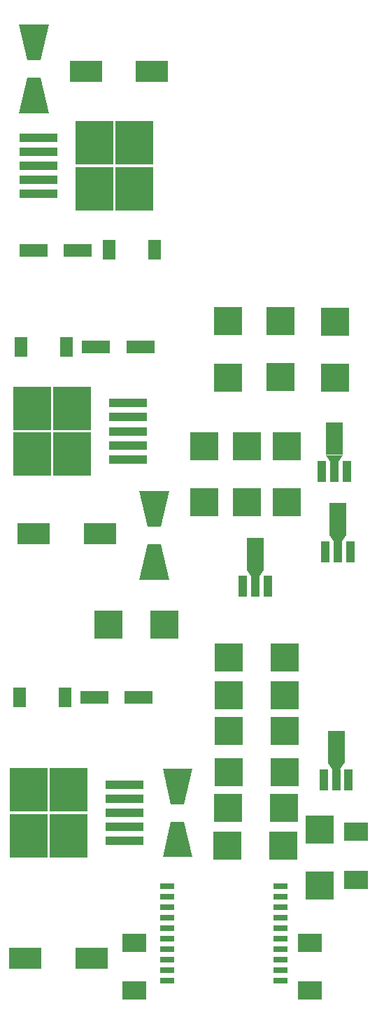
<source format=gbr>
G04 #@! TF.FileFunction,Paste,Top*
%FSLAX46Y46*%
G04 Gerber Fmt 4.6, Leading zero omitted, Abs format (unit mm)*
G04 Created by KiCad (PCBNEW 4.0.7-e2-6376~58~ubuntu16.04.1) date Mon Oct  9 01:06:08 2017*
%MOMM*%
%LPD*%
G01*
G04 APERTURE LIST*
%ADD10C,0.100000*%
%ADD11R,4.000000X2.500000*%
%ADD12R,3.500000X1.600000*%
%ADD13R,1.500000X2.400000*%
%ADD14R,1.700000X0.700000*%
%ADD15R,1.000000X2.500000*%
%ADD16R,2.000000X4.000000*%
%ADD17R,3.500000X3.500000*%
%ADD18R,4.600000X1.100000*%
%ADD19R,4.550000X5.250000*%
%ADD20R,3.000000X2.200000*%
G04 APERTURE END LIST*
D10*
D11*
X64400000Y-110000000D03*
X72400000Y-110000000D03*
X71400000Y-161400000D03*
X63400000Y-161400000D03*
X70725000Y-54025000D03*
X78725000Y-54025000D03*
D12*
X69750000Y-75750000D03*
X64350000Y-75750000D03*
X77300000Y-87400000D03*
X71900000Y-87400000D03*
X77100000Y-129800000D03*
X71700000Y-129800000D03*
D10*
G36*
X83600000Y-149150000D02*
X80000000Y-149150000D01*
X81000000Y-144850000D01*
X82600000Y-144850000D01*
X83600000Y-149150000D01*
X83600000Y-149150000D01*
G37*
G36*
X80000000Y-138450000D02*
X83600000Y-138450000D01*
X82600000Y-142750000D01*
X81000000Y-142750000D01*
X80000000Y-138450000D01*
X80000000Y-138450000D01*
G37*
G36*
X66225000Y-59100000D02*
X62625000Y-59100000D01*
X63625000Y-54800000D01*
X65225000Y-54800000D01*
X66225000Y-59100000D01*
X66225000Y-59100000D01*
G37*
G36*
X62625000Y-48400000D02*
X66225000Y-48400000D01*
X65225000Y-52700000D01*
X63625000Y-52700000D01*
X62625000Y-48400000D01*
X62625000Y-48400000D01*
G37*
G36*
X77200000Y-104850000D02*
X80800000Y-104850000D01*
X79800000Y-109150000D01*
X78200000Y-109150000D01*
X77200000Y-104850000D01*
X77200000Y-104850000D01*
G37*
G36*
X80800000Y-115550000D02*
X77200000Y-115550000D01*
X78200000Y-111250000D01*
X79800000Y-111250000D01*
X80800000Y-115550000D01*
X80800000Y-115550000D01*
G37*
D13*
X62850000Y-87400000D03*
X68350000Y-87400000D03*
X62650000Y-129800000D03*
X68150000Y-129800000D03*
X79050000Y-75650000D03*
X73550000Y-75650000D03*
D14*
X80550000Y-152685000D03*
X80550000Y-153955000D03*
X80550000Y-155225000D03*
X80550000Y-156495000D03*
X80550000Y-157765000D03*
X80550000Y-159035000D03*
X80550000Y-160305000D03*
X80550000Y-161575000D03*
X80550000Y-162845000D03*
X80550000Y-164115000D03*
X94250000Y-164115000D03*
X94250000Y-162845000D03*
X94250000Y-161575000D03*
X94250000Y-160305000D03*
X94250000Y-159035000D03*
X94250000Y-157765000D03*
X94250000Y-156495000D03*
X94250000Y-155225000D03*
X94250000Y-153955000D03*
X94250000Y-152685000D03*
D15*
X99500000Y-139780000D03*
X101000000Y-139780000D03*
X102500000Y-139780000D03*
D16*
X101000000Y-135820000D03*
D10*
G36*
X102000000Y-137795000D02*
X101500000Y-138545000D01*
X100500000Y-138545000D01*
X100000000Y-137795000D01*
X102000000Y-137795000D01*
X102000000Y-137795000D01*
G37*
D15*
X99300000Y-102480000D03*
X100800000Y-102480000D03*
X102300000Y-102480000D03*
D16*
X100800000Y-98520000D03*
D10*
G36*
X101800000Y-100495000D02*
X101300000Y-101245000D01*
X100300000Y-101245000D01*
X99800000Y-100495000D01*
X101800000Y-100495000D01*
X101800000Y-100495000D01*
G37*
D15*
X99700000Y-112180000D03*
X101200000Y-112180000D03*
X102700000Y-112180000D03*
D16*
X101200000Y-108220000D03*
D10*
G36*
X102200000Y-110195000D02*
X101700000Y-110945000D01*
X100700000Y-110945000D01*
X100200000Y-110195000D01*
X102200000Y-110195000D01*
X102200000Y-110195000D01*
G37*
D15*
X89700000Y-116380000D03*
X91200000Y-116380000D03*
X92700000Y-116380000D03*
D16*
X91200000Y-112420000D03*
D10*
G36*
X92200000Y-114395000D02*
X91700000Y-115145000D01*
X90700000Y-115145000D01*
X90200000Y-114395000D01*
X92200000Y-114395000D01*
X92200000Y-114395000D01*
G37*
D17*
X94800000Y-125000000D03*
X88000000Y-125000000D03*
X94800000Y-129600000D03*
X88000000Y-129600000D03*
X94800000Y-133850000D03*
X88000000Y-133850000D03*
X94800000Y-138850000D03*
X88000000Y-138850000D03*
X94700000Y-143200000D03*
X87900000Y-143200000D03*
X94600000Y-147800000D03*
X87800000Y-147800000D03*
D18*
X75375000Y-147200000D03*
X75375000Y-145500000D03*
X75375000Y-143800000D03*
X75375000Y-142100000D03*
X75375000Y-140400000D03*
D19*
X63800000Y-141025000D03*
X68650000Y-146575000D03*
X63800000Y-146575000D03*
X68650000Y-141025000D03*
D18*
X75775000Y-101000000D03*
X75775000Y-99300000D03*
X75775000Y-97600000D03*
X75775000Y-95900000D03*
X75775000Y-94200000D03*
D19*
X64200000Y-94825000D03*
X69050000Y-100375000D03*
X64200000Y-100375000D03*
X69050000Y-94825000D03*
D18*
X64975000Y-62050000D03*
X64975000Y-63750000D03*
X64975000Y-65450000D03*
X64975000Y-67150000D03*
X64975000Y-68850000D03*
D19*
X76550000Y-68225000D03*
X71700000Y-62675000D03*
X76550000Y-62675000D03*
X71700000Y-68225000D03*
D17*
X80200000Y-121000000D03*
X73400000Y-121000000D03*
X85000000Y-106200000D03*
X85000000Y-99400000D03*
X90200000Y-106200000D03*
X90200000Y-99400000D03*
X95000000Y-106200000D03*
X95000000Y-99400000D03*
X100900000Y-91150000D03*
X100900000Y-84350000D03*
X94250000Y-91050000D03*
X94250000Y-84250000D03*
X87950000Y-91100000D03*
X87950000Y-84300000D03*
X99000000Y-145800000D03*
X99000000Y-152600000D03*
D20*
X76600000Y-159500000D03*
X76600000Y-165300000D03*
X97800000Y-159500000D03*
X97800000Y-165300000D03*
X103400000Y-151900000D03*
X103400000Y-146100000D03*
M02*

</source>
